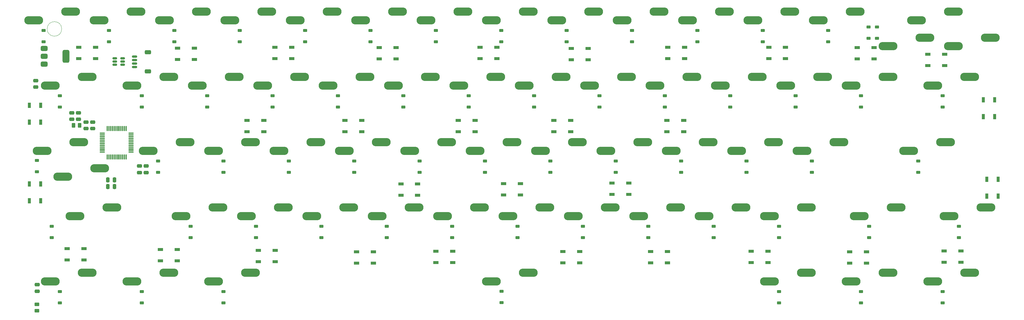
<source format=gbr>
%TF.GenerationSoftware,KiCad,Pcbnew,8.99.0-946-gf00a1ab517*%
%TF.CreationDate,2024-06-06T17:05:11+07:00*%
%TF.ProjectId,Sebas_nuxros,53656261-735f-46e7-9578-726f732e6b69,rev?*%
%TF.SameCoordinates,Original*%
%TF.FileFunction,Paste,Bot*%
%TF.FilePolarity,Positive*%
%FSLAX46Y46*%
G04 Gerber Fmt 4.6, Leading zero omitted, Abs format (unit mm)*
G04 Created by KiCad (PCBNEW 8.99.0-946-gf00a1ab517) date 2024-06-06 17:05:11*
%MOMM*%
%LPD*%
G01*
G04 APERTURE LIST*
G04 Aperture macros list*
%AMRoundRect*
0 Rectangle with rounded corners*
0 $1 Rounding radius*
0 $2 $3 $4 $5 $6 $7 $8 $9 X,Y pos of 4 corners*
0 Add a 4 corners polygon primitive as box body*
4,1,4,$2,$3,$4,$5,$6,$7,$8,$9,$2,$3,0*
0 Add four circle primitives for the rounded corners*
1,1,$1+$1,$2,$3*
1,1,$1+$1,$4,$5*
1,1,$1+$1,$6,$7*
1,1,$1+$1,$8,$9*
0 Add four rect primitives between the rounded corners*
20,1,$1+$1,$2,$3,$4,$5,0*
20,1,$1+$1,$4,$5,$6,$7,0*
20,1,$1+$1,$6,$7,$8,$9,0*
20,1,$1+$1,$8,$9,$2,$3,0*%
G04 Aperture macros list end*
%ADD10C,0.100000*%
%ADD11O,5.500000X2.410000*%
%ADD12R,1.500000X0.900000*%
%ADD13RoundRect,0.250000X-0.450000X0.262500X-0.450000X-0.262500X0.450000X-0.262500X0.450000X0.262500X0*%
%ADD14RoundRect,0.225000X0.375000X-0.225000X0.375000X0.225000X-0.375000X0.225000X-0.375000X-0.225000X0*%
%ADD15RoundRect,0.250000X-0.475000X0.250000X-0.475000X-0.250000X0.475000X-0.250000X0.475000X0.250000X0*%
%ADD16R,0.900000X1.500000*%
%ADD17RoundRect,0.150000X0.512500X0.150000X-0.512500X0.150000X-0.512500X-0.150000X0.512500X-0.150000X0*%
%ADD18RoundRect,0.250000X0.475000X-0.250000X0.475000X0.250000X-0.475000X0.250000X-0.475000X-0.250000X0*%
%ADD19RoundRect,0.250000X0.262500X0.450000X-0.262500X0.450000X-0.262500X-0.450000X0.262500X-0.450000X0*%
%ADD20RoundRect,0.150000X-0.625000X0.150000X-0.625000X-0.150000X0.625000X-0.150000X0.625000X0.150000X0*%
%ADD21RoundRect,0.250000X-0.650000X0.350000X-0.650000X-0.350000X0.650000X-0.350000X0.650000X0.350000X0*%
%ADD22RoundRect,0.250000X-0.250000X-0.475000X0.250000X-0.475000X0.250000X0.475000X-0.250000X0.475000X0*%
%ADD23RoundRect,0.375000X-0.625000X-0.375000X0.625000X-0.375000X0.625000X0.375000X-0.625000X0.375000X0*%
%ADD24RoundRect,0.500000X-0.500000X-1.400000X0.500000X-1.400000X0.500000X1.400000X-0.500000X1.400000X0*%
%ADD25RoundRect,0.075000X0.075000X-0.662500X0.075000X0.662500X-0.075000X0.662500X-0.075000X-0.662500X0*%
%ADD26RoundRect,0.075000X0.662500X-0.075000X0.662500X0.075000X-0.662500X0.075000X-0.662500X-0.075000X0*%
G04 APERTURE END LIST*
D10*
X13730590Y-32880000D02*
G75*
G02*
X9489410Y-32880000I-2120590J0D01*
G01*
X9489410Y-32880000D02*
G75*
G02*
X13730590Y-32880000I2120590J0D01*
G01*
D11*
%TO.C,SW1*%
X5607500Y-30330000D03*
X16357500Y-27845000D03*
%TD*%
%TO.C,SW51*%
X173520000Y-84995000D03*
X162770000Y-87480000D03*
%TD*%
%TO.C,SW4*%
X73507500Y-27845000D03*
X62757500Y-30330000D03*
%TD*%
%TO.C,SW21*%
X121132500Y-46895000D03*
X110382500Y-49380000D03*
%TD*%
%TO.C,SW57*%
X21120500Y-104045000D03*
X10370500Y-106530000D03*
%TD*%
%TO.C,SW58*%
X44932500Y-104045000D03*
X34182500Y-106530000D03*
%TD*%
%TO.C,SW49*%
X135420000Y-84995000D03*
X124670000Y-87480000D03*
%TD*%
%TO.C,SW20*%
X102082500Y-46895000D03*
X91332500Y-49380000D03*
%TD*%
%TO.C,SW35*%
X125895000Y-65945000D03*
X115145000Y-68430000D03*
%TD*%
%TO.C,SW17*%
X44932500Y-46895000D03*
X34182500Y-49380000D03*
%TD*%
%TO.C,SW12*%
X225907500Y-27845000D03*
X215157500Y-30330000D03*
%TD*%
%TO.C,SW16*%
X21120500Y-46895000D03*
X10370500Y-49380000D03*
%TD*%
%TO.C,SW33*%
X87795000Y-65945000D03*
X77045000Y-68430000D03*
%TD*%
%TO.C,SW13*%
X244957500Y-27845000D03*
X234207500Y-30330000D03*
%TD*%
%TO.C,SW37*%
X163995000Y-65945000D03*
X153245000Y-68430000D03*
%TD*%
%TO.C,SW8*%
X149707500Y-27845000D03*
X138957500Y-30330000D03*
%TD*%
%TO.C,SW10*%
X187807500Y-27845000D03*
X177057500Y-30330000D03*
%TD*%
%TO.C,SW55*%
X256864000Y-84995000D03*
X246114000Y-87480000D03*
%TD*%
%TO.C,SW27*%
X235432500Y-46895000D03*
X224682500Y-49380000D03*
%TD*%
%TO.C,SW25*%
X197332500Y-46895000D03*
X186582500Y-49380000D03*
%TD*%
%TO.C,SW36*%
X144945000Y-65945000D03*
X134195000Y-68430000D03*
%TD*%
%TO.C,SW46*%
X78270000Y-84995000D03*
X67520000Y-87480000D03*
%TD*%
%TO.C,SW6*%
X111607500Y-27845000D03*
X100857500Y-30330000D03*
%TD*%
%TO.C,SW30*%
X14001500Y-76015000D03*
X24751500Y-73530000D03*
%TD*%
%TO.C,SW40*%
X221145000Y-65945000D03*
X210395000Y-68430000D03*
%TD*%
%TO.C,SW7*%
X130657500Y-27845000D03*
X119907500Y-30330000D03*
%TD*%
%TO.C,SW41*%
X240195000Y-65945000D03*
X229445000Y-68430000D03*
%TD*%
%TO.C,SW38*%
X183045000Y-65945000D03*
X172295000Y-68430000D03*
%TD*%
%TO.C,SW52*%
X192570000Y-84995000D03*
X181820000Y-87480000D03*
%TD*%
%TO.C,SW15*%
X273557500Y-37915000D03*
X284307500Y-35430000D03*
%TD*%
%TO.C,SW29*%
X278295500Y-46895000D03*
X267545500Y-49380000D03*
%TD*%
%TO.C,SW43*%
X271225600Y-65945000D03*
X260475600Y-68430000D03*
%TD*%
%TO.C,SW32*%
X68745000Y-65945000D03*
X57995000Y-68430000D03*
%TD*%
%TO.C,SW11*%
X206857500Y-27845000D03*
X196107500Y-30330000D03*
%TD*%
%TO.C,SW1002*%
X273532500Y-27845000D03*
X262782500Y-30330000D03*
%TD*%
%TO.C,SW56*%
X283057500Y-84995000D03*
X272307500Y-87480000D03*
%TD*%
%TO.C,SW59*%
X68745500Y-104045000D03*
X57995500Y-106530000D03*
%TD*%
%TO.C,SW18*%
X63982500Y-46895000D03*
X53232500Y-49380000D03*
%TD*%
%TO.C,SW3*%
X54457500Y-27845000D03*
X43707500Y-30330000D03*
%TD*%
%TO.C,SW39*%
X202095000Y-65945000D03*
X191345000Y-68430000D03*
%TD*%
%TO.C,SW47*%
X97320000Y-84995000D03*
X86570000Y-87480000D03*
%TD*%
%TO.C,SW5*%
X92557500Y-27845000D03*
X81807500Y-30330000D03*
%TD*%
%TO.C,SW2*%
X35407500Y-27845000D03*
X24657500Y-30330000D03*
%TD*%
%TO.C,SW23*%
X159232500Y-46895000D03*
X148482500Y-49380000D03*
%TD*%
%TO.C,SW53*%
X211620000Y-84995000D03*
X200870000Y-87480000D03*
%TD*%
%TO.C,SW31*%
X49695000Y-65945000D03*
X38945000Y-68430000D03*
%TD*%
%TO.C,SW1001*%
X18738500Y-65945000D03*
X7988500Y-68430000D03*
%TD*%
%TO.C,SW50*%
X154470000Y-84995000D03*
X143720000Y-87480000D03*
%TD*%
%TO.C,SW62*%
X149707500Y-104045000D03*
X138957500Y-106530000D03*
%TD*%
%TO.C,SW70*%
X278295500Y-104045000D03*
X267545500Y-106530000D03*
%TD*%
%TO.C,SW69*%
X254482500Y-104045000D03*
X243732500Y-106530000D03*
%TD*%
%TO.C,SW22*%
X140182500Y-46895000D03*
X129432500Y-49380000D03*
%TD*%
%TO.C,SW68*%
X230670500Y-104045000D03*
X219920500Y-106530000D03*
%TD*%
%TO.C,SW28*%
X254482500Y-46895000D03*
X243732500Y-49380000D03*
%TD*%
%TO.C,SW1000*%
X28338100Y-84995000D03*
X17588100Y-87480000D03*
%TD*%
%TO.C,SW14*%
X254507500Y-37915000D03*
X265257500Y-35430000D03*
%TD*%
%TO.C,SW34*%
X106845000Y-65945000D03*
X96095000Y-68430000D03*
%TD*%
%TO.C,SW26*%
X216382500Y-46895000D03*
X205632500Y-49380000D03*
%TD*%
%TO.C,SW45*%
X59220000Y-84995000D03*
X48470000Y-87480000D03*
%TD*%
%TO.C,SW24*%
X178282500Y-46895000D03*
X167532500Y-49380000D03*
%TD*%
%TO.C,SW19*%
X83032500Y-46895000D03*
X72282500Y-49380000D03*
%TD*%
%TO.C,SW54*%
X230670000Y-84995000D03*
X219920000Y-87480000D03*
%TD*%
%TO.C,SW48*%
X116370000Y-84995000D03*
X105620000Y-87480000D03*
%TD*%
%TO.C,SW9*%
X168757500Y-27845000D03*
X158007500Y-30330000D03*
%TD*%
D12*
%TO.C,Drgb15*%
X185300000Y-101110000D03*
X185300000Y-97810000D03*
X190200000Y-97810000D03*
X190200000Y-101110000D03*
%TD*%
D13*
%TO.C,R1*%
X6520000Y-113267500D03*
X6520000Y-115092500D03*
%TD*%
D12*
%TO.C,Drgb12*%
X270840000Y-100990000D03*
X270840000Y-97690000D03*
X275740000Y-97690000D03*
X275740000Y-100990000D03*
%TD*%
D14*
%TO.C,D45*%
X51332500Y-93780000D03*
X51332500Y-90480000D03*
%TD*%
%TO.C,D39*%
X194207500Y-74730000D03*
X194207500Y-71430000D03*
%TD*%
D12*
%TO.C,Drgb19*%
X71010000Y-100770000D03*
X71010000Y-97470000D03*
X75910000Y-97470000D03*
X75910000Y-100770000D03*
%TD*%
D15*
%TO.C,C10*%
X6620000Y-107530000D03*
X6620000Y-109430000D03*
%TD*%
D12*
%TO.C,Drgb5*%
X167100000Y-38580000D03*
X167100000Y-41880000D03*
X162200000Y-41880000D03*
X162200000Y-38580000D03*
%TD*%
D16*
%TO.C,Drgb10*%
X285580000Y-58460000D03*
X282280000Y-58460000D03*
X282280000Y-53560000D03*
X285580000Y-53560000D03*
%TD*%
D17*
%TO.C,U3*%
X31507500Y-41430000D03*
X31507500Y-42380000D03*
X31507500Y-43330000D03*
X29232500Y-43330000D03*
X29232500Y-42380000D03*
X29232500Y-41430000D03*
%TD*%
D12*
%TO.C,Drgb7*%
X224640000Y-38210000D03*
X224640000Y-41510000D03*
X219740000Y-41510000D03*
X219740000Y-38210000D03*
%TD*%
D14*
%TO.C,D4*%
X65620000Y-36630000D03*
X65620000Y-33330000D03*
%TD*%
D12*
%TO.C,Drgb2*%
X80750000Y-38210000D03*
X80750000Y-41510000D03*
X75850000Y-41510000D03*
X75850000Y-38210000D03*
%TD*%
D14*
%TO.C,D11*%
X198970000Y-36630000D03*
X198970000Y-33330000D03*
%TD*%
D18*
%TO.C,C5*%
X6190000Y-49880000D03*
X6190000Y-47980000D03*
%TD*%
D14*
%TO.C,D50*%
X146582500Y-93780000D03*
X146582500Y-90480000D03*
%TD*%
%TO.C,D36*%
X137057500Y-74730000D03*
X137057500Y-71430000D03*
%TD*%
D12*
%TO.C,Drgb26*%
X101160000Y-59580000D03*
X101160000Y-62880000D03*
X96260000Y-62880000D03*
X96260000Y-59580000D03*
%TD*%
D19*
%TO.C,R2*%
X18980000Y-61060000D03*
X17155000Y-61060000D03*
%TD*%
D14*
%TO.C,D6*%
X103720000Y-36630000D03*
X103720000Y-33330000D03*
%TD*%
%TO.C,D43*%
X263338100Y-74730000D03*
X263338100Y-71430000D03*
%TD*%
%TO.C,D5*%
X84670000Y-36630000D03*
X84670000Y-33330000D03*
%TD*%
%TO.C,D28*%
X246595000Y-55680000D03*
X246595000Y-52380000D03*
%TD*%
D12*
%TO.C,Drgb8*%
X250410000Y-38340000D03*
X250410000Y-41640000D03*
X245510000Y-41640000D03*
X245510000Y-38340000D03*
%TD*%
D14*
%TO.C,D3*%
X46570000Y-36630000D03*
X46570000Y-33330000D03*
%TD*%
D12*
%TO.C,Drgb20*%
X23590000Y-38240000D03*
X23590000Y-41540000D03*
X18690000Y-41540000D03*
X18690000Y-38240000D03*
%TD*%
D14*
%TO.C,D56*%
X275170000Y-93780000D03*
X275170000Y-90480000D03*
%TD*%
%TO.C,D70*%
X270408000Y-112830000D03*
X270408000Y-109530000D03*
%TD*%
%TO.C,D48*%
X108482500Y-93780000D03*
X108482500Y-90480000D03*
%TD*%
D15*
%TO.C,C1*%
X36410000Y-72880000D03*
X36410000Y-74780000D03*
%TD*%
D14*
%TO.C,D16*%
X13233000Y-55680000D03*
X13233000Y-52380000D03*
%TD*%
%TO.C,D52*%
X184682500Y-93780000D03*
X184682500Y-90480000D03*
%TD*%
%TO.C,D31*%
X41807500Y-74730000D03*
X41807500Y-71430000D03*
%TD*%
%TO.C,D12*%
X218020000Y-36630000D03*
X218020000Y-33330000D03*
%TD*%
%TO.C,D13*%
X237070000Y-36630000D03*
X237070000Y-33330000D03*
%TD*%
%TO.C,D47*%
X89432500Y-93780000D03*
X89432500Y-90480000D03*
%TD*%
D15*
%TO.C,C6*%
X38370000Y-72880000D03*
X38370000Y-74780000D03*
%TD*%
D14*
%TO.C,D1*%
X8470000Y-36630000D03*
X8470000Y-33330000D03*
%TD*%
D12*
%TO.C,Drgb30*%
X174030000Y-81150000D03*
X174030000Y-77850000D03*
X178930000Y-77850000D03*
X178930000Y-81150000D03*
%TD*%
D15*
%TO.C,C9*%
X18650000Y-57350000D03*
X18650000Y-59250000D03*
%TD*%
D12*
%TO.C,Drgb32*%
X112550000Y-81410000D03*
X112550000Y-78110000D03*
X117450000Y-78110000D03*
X117450000Y-81410000D03*
%TD*%
D14*
%TO.C,D59*%
X60858000Y-112830000D03*
X60858000Y-109530000D03*
%TD*%
%TO.C,D26*%
X208495000Y-55680000D03*
X208495000Y-52380000D03*
%TD*%
D12*
%TO.C,Drgb18*%
X99660000Y-101250000D03*
X99660000Y-97950000D03*
X104560000Y-97950000D03*
X104560000Y-101250000D03*
%TD*%
D14*
%TO.C,D57*%
X13233000Y-112830000D03*
X13233000Y-109530000D03*
%TD*%
D12*
%TO.C,Drgb28*%
X162000000Y-59560000D03*
X162000000Y-62860000D03*
X157100000Y-62860000D03*
X157100000Y-59560000D03*
%TD*%
D14*
%TO.C,D54*%
X222782500Y-93780000D03*
X222782500Y-90480000D03*
%TD*%
%TO.C,D68*%
X222783000Y-112830000D03*
X222783000Y-109530000D03*
%TD*%
%TO.C,D25*%
X189445000Y-55680000D03*
X189445000Y-52380000D03*
%TD*%
%TO.C,D18*%
X56095000Y-55680000D03*
X56095000Y-52380000D03*
%TD*%
D16*
%TO.C,Drgb11*%
X286600000Y-81640000D03*
X283300000Y-81640000D03*
X283300000Y-76740000D03*
X286600000Y-76740000D03*
%TD*%
D15*
%TO.C,C3*%
X20820000Y-60080000D03*
X20820000Y-61980000D03*
%TD*%
D14*
%TO.C,D14*%
X251240000Y-35577500D03*
X251240000Y-32277500D03*
%TD*%
%TO.C,D53*%
X203732500Y-93780000D03*
X203732500Y-90480000D03*
%TD*%
%TO.C,D62*%
X141870000Y-112780000D03*
X141870000Y-109480000D03*
%TD*%
D12*
%TO.C,Drgb1*%
X52380000Y-38470000D03*
X52380000Y-41770000D03*
X47480000Y-41770000D03*
X47480000Y-38470000D03*
%TD*%
D14*
%TO.C,D24*%
X170395000Y-55680000D03*
X170395000Y-52380000D03*
%TD*%
D12*
%TO.C,Drgb6*%
X195200000Y-38240000D03*
X195200000Y-41540000D03*
X190300000Y-41540000D03*
X190300000Y-38240000D03*
%TD*%
%TO.C,Drgb9*%
X271030000Y-40260000D03*
X271030000Y-43560000D03*
X266130000Y-43560000D03*
X266130000Y-40260000D03*
%TD*%
D20*
%TO.C,J1*%
X34970000Y-40980000D03*
X34970000Y-41980000D03*
X34970000Y-42980000D03*
D21*
X38845000Y-39680000D03*
D20*
X34970000Y-43980000D03*
D21*
X38845000Y-45280000D03*
%TD*%
D14*
%TO.C,D27*%
X227545000Y-55680000D03*
X227545000Y-52380000D03*
%TD*%
D12*
%TO.C,Drgb17*%
X122730000Y-101080000D03*
X122730000Y-97780000D03*
X127630000Y-97780000D03*
X127630000Y-101080000D03*
%TD*%
D16*
%TO.C,Drgb24*%
X4290000Y-55190000D03*
X7590000Y-55190000D03*
X7590000Y-60090000D03*
X4290000Y-60090000D03*
%TD*%
D14*
%TO.C,D58*%
X37045000Y-112830000D03*
X37045000Y-109530000D03*
%TD*%
%TO.C,D10*%
X179920000Y-36630000D03*
X179920000Y-33330000D03*
%TD*%
D22*
%TO.C,C7*%
X27190000Y-76910000D03*
X29090000Y-76910000D03*
%TD*%
D14*
%TO.C,D46*%
X70382500Y-93780000D03*
X70382500Y-90480000D03*
%TD*%
D22*
%TO.C,C2*%
X27190000Y-78880000D03*
X29090000Y-78880000D03*
%TD*%
D14*
%TO.C,D21*%
X113245000Y-55680000D03*
X113245000Y-52380000D03*
%TD*%
D12*
%TO.C,Drgb21*%
X42490000Y-100520000D03*
X42490000Y-97220000D03*
X47390000Y-97220000D03*
X47390000Y-100520000D03*
%TD*%
D14*
%TO.C,D7*%
X122770000Y-36630000D03*
X122770000Y-33330000D03*
%TD*%
%TO.C,D8*%
X141820000Y-36630000D03*
X141820000Y-33330000D03*
%TD*%
D23*
%TO.C,U2*%
X8660000Y-43150000D03*
X8660000Y-40850000D03*
D24*
X14960000Y-40850000D03*
D23*
X8660000Y-38550000D03*
%TD*%
D12*
%TO.C,Drgb14*%
X214640000Y-101070000D03*
X214640000Y-97770000D03*
X219540000Y-97770000D03*
X219540000Y-101070000D03*
%TD*%
D25*
%TO.C,Ud1*%
X32500000Y-70252500D03*
X32000000Y-70252500D03*
X31500000Y-70252500D03*
X31000000Y-70252500D03*
X30500000Y-70252500D03*
X30000000Y-70252500D03*
X29500000Y-70252500D03*
X29000000Y-70252500D03*
X28500000Y-70252500D03*
X28000000Y-70252500D03*
X27500000Y-70252500D03*
X27000000Y-70252500D03*
D26*
X25587500Y-68840000D03*
X25587500Y-68340000D03*
X25587500Y-67840000D03*
X25587500Y-67340000D03*
X25587500Y-66840000D03*
X25587500Y-66340000D03*
X25587500Y-65840000D03*
X25587500Y-65340000D03*
X25587500Y-64840000D03*
X25587500Y-64340000D03*
X25587500Y-63840000D03*
X25587500Y-63340000D03*
D25*
X27000000Y-61927500D03*
X27500000Y-61927500D03*
X28000000Y-61927500D03*
X28500000Y-61927500D03*
X29000000Y-61927500D03*
X29500000Y-61927500D03*
X30000000Y-61927500D03*
X30500000Y-61927500D03*
X31000000Y-61927500D03*
X31500000Y-61927500D03*
X32000000Y-61927500D03*
X32500000Y-61927500D03*
D26*
X33912500Y-63340000D03*
X33912500Y-63840000D03*
X33912500Y-64340000D03*
X33912500Y-64840000D03*
X33912500Y-65340000D03*
X33912500Y-65840000D03*
X33912500Y-66340000D03*
X33912500Y-66840000D03*
X33912500Y-67340000D03*
X33912500Y-67840000D03*
X33912500Y-68340000D03*
X33912500Y-68840000D03*
%TD*%
D12*
%TO.C,Drgb29*%
X195000000Y-59570000D03*
X195000000Y-62870000D03*
X190100000Y-62870000D03*
X190100000Y-59570000D03*
%TD*%
D14*
%TO.C,D32*%
X60857500Y-74730000D03*
X60857500Y-71430000D03*
%TD*%
D15*
%TO.C,C8*%
X22800000Y-60080000D03*
X22800000Y-61980000D03*
%TD*%
D14*
%TO.C,D33*%
X79907500Y-74730000D03*
X79907500Y-71430000D03*
%TD*%
%TO.C,D20*%
X94195000Y-55680000D03*
X94195000Y-52380000D03*
%TD*%
D12*
%TO.C,Drgb22*%
X15340000Y-100340000D03*
X15340000Y-97040000D03*
X20240000Y-97040000D03*
X20240000Y-100340000D03*
%TD*%
%TO.C,Drgb31*%
X142510000Y-81310000D03*
X142510000Y-78010000D03*
X147410000Y-78010000D03*
X147410000Y-81310000D03*
%TD*%
D14*
%TO.C,D55*%
X248976500Y-93780000D03*
X248976500Y-90480000D03*
%TD*%
%TO.C,D30*%
X6540000Y-74590000D03*
X6540000Y-71290000D03*
%TD*%
D12*
%TO.C,Drgb3*%
X111170000Y-38310000D03*
X111170000Y-41610000D03*
X106270000Y-41610000D03*
X106270000Y-38310000D03*
%TD*%
D14*
%TO.C,D37*%
X156107500Y-74730000D03*
X156107500Y-71430000D03*
%TD*%
D12*
%TO.C,Drgb13*%
X243300000Y-101200000D03*
X243300000Y-97900000D03*
X248200000Y-97900000D03*
X248200000Y-101200000D03*
%TD*%
D14*
%TO.C,D2*%
X27520000Y-36630000D03*
X27520000Y-33330000D03*
%TD*%
%TO.C,D35*%
X118007500Y-74730000D03*
X118007500Y-71430000D03*
%TD*%
%TO.C,D17*%
X37045000Y-55680000D03*
X37045000Y-52380000D03*
%TD*%
D16*
%TO.C,Drgb23*%
X4290000Y-78090000D03*
X7590000Y-78090000D03*
X7590000Y-82990000D03*
X4290000Y-82990000D03*
%TD*%
D14*
%TO.C,D49*%
X127532500Y-93780000D03*
X127532500Y-90480000D03*
%TD*%
%TO.C,D9*%
X160870000Y-36630000D03*
X160870000Y-33330000D03*
%TD*%
D12*
%TO.C,Drgb27*%
X134200000Y-59610000D03*
X134200000Y-62910000D03*
X129300000Y-62910000D03*
X129300000Y-59610000D03*
%TD*%
D14*
%TO.C,D34*%
X98957500Y-74730000D03*
X98957500Y-71430000D03*
%TD*%
%TO.C,D42*%
X10851000Y-93780000D03*
X10851000Y-90480000D03*
%TD*%
D12*
%TO.C,Drgb16*%
X159770000Y-101130000D03*
X159770000Y-97830000D03*
X164670000Y-97830000D03*
X164670000Y-101130000D03*
%TD*%
D14*
%TO.C,D40*%
X213257500Y-74730000D03*
X213257500Y-71430000D03*
%TD*%
D15*
%TO.C,C4*%
X16660000Y-57350000D03*
X16660000Y-59250000D03*
%TD*%
D14*
%TO.C,D69*%
X246595000Y-112830000D03*
X246595000Y-109530000D03*
%TD*%
%TO.C,D23*%
X151345000Y-55680000D03*
X151345000Y-52380000D03*
%TD*%
%TO.C,D22*%
X132295000Y-55680000D03*
X132295000Y-52380000D03*
%TD*%
%TO.C,D15*%
X248860000Y-35580000D03*
X248860000Y-32280000D03*
%TD*%
%TO.C,D19*%
X75145000Y-55680000D03*
X75145000Y-52380000D03*
%TD*%
%TO.C,D29*%
X270408000Y-55680000D03*
X270408000Y-52380000D03*
%TD*%
%TO.C,D38*%
X175157500Y-74730000D03*
X175157500Y-71430000D03*
%TD*%
%TO.C,D41*%
X232307500Y-74730000D03*
X232307500Y-71430000D03*
%TD*%
%TO.C,D51*%
X165632500Y-93780000D03*
X165632500Y-90480000D03*
%TD*%
D12*
%TO.C,Drgb4*%
X140560000Y-38250000D03*
X140560000Y-41550000D03*
X135660000Y-41550000D03*
X135660000Y-38250000D03*
%TD*%
%TO.C,Drgb25*%
X72640000Y-59560000D03*
X72640000Y-62860000D03*
X67740000Y-62860000D03*
X67740000Y-59560000D03*
%TD*%
M02*

</source>
